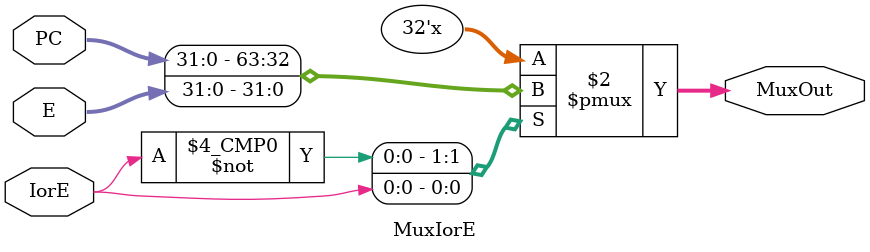
<source format=v>
module MuxIorE(IorE, PC, E, MuxOut);

input IorE;
input [31:0] PC;
input [31:0] E;
output reg [31:0] MuxOut;

always @ (IorE)
begin

case(IorE)
1'd0:MuxOut <= PC;
1'd1:MuxOut <= E;
endcase

end
endmodule

</source>
